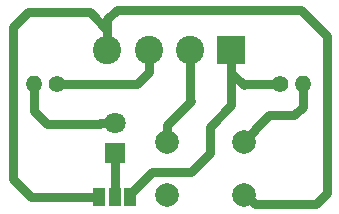
<source format=gbr>
G04 #@! TF.GenerationSoftware,KiCad,Pcbnew,5.1.5-52549c5~86~ubuntu18.04.1*
G04 #@! TF.CreationDate,2020-09-25T18:12:32-05:00*
G04 #@! TF.ProjectId,D03,4430332e-6b69-4636-9164-5f7063625858,rev?*
G04 #@! TF.SameCoordinates,Original*
G04 #@! TF.FileFunction,Copper,L1,Top*
G04 #@! TF.FilePolarity,Positive*
%FSLAX46Y46*%
G04 Gerber Fmt 4.6, Leading zero omitted, Abs format (unit mm)*
G04 Created by KiCad (PCBNEW 5.1.5-52549c5~86~ubuntu18.04.1) date 2020-09-25 18:12:32*
%MOMM*%
%LPD*%
G04 APERTURE LIST*
%ADD10O,1.400000X1.400000*%
%ADD11C,1.400000*%
%ADD12R,1.000000X1.500000*%
%ADD13C,1.800000*%
%ADD14R,1.800000X1.800000*%
%ADD15C,2.400000*%
%ADD16R,2.400000X2.400000*%
%ADD17C,2.000000*%
%ADD18C,0.750000*%
G04 APERTURE END LIST*
D10*
X22560200Y-26873200D03*
D11*
X24460200Y-26873200D03*
D10*
X45257800Y-26924000D03*
D11*
X43357800Y-26924000D03*
D12*
X28062400Y-36423600D03*
X29362400Y-36423600D03*
X30662400Y-36423600D03*
D13*
X29413200Y-30226000D03*
D14*
X29413200Y-32766000D03*
D15*
X28720000Y-24000000D03*
X32220000Y-24000000D03*
X35720000Y-24000000D03*
D16*
X39220000Y-24000000D03*
D17*
X33759000Y-36296600D03*
X33759000Y-31796600D03*
X40259000Y-36296600D03*
X40259000Y-31796600D03*
D18*
X40259000Y-36296600D02*
X40411400Y-36296600D01*
X40411400Y-36296600D02*
X41198800Y-37084000D01*
X46380400Y-37084000D02*
X47339990Y-36124410D01*
X41198800Y-37084000D02*
X46380400Y-37084000D01*
X47339990Y-36124410D02*
X47339990Y-22778190D01*
X47339990Y-22778190D02*
X45161810Y-20600010D01*
X45161810Y-20600010D02*
X29539590Y-20600010D01*
X28720000Y-21419600D02*
X28720000Y-24000000D01*
X29539590Y-20600010D02*
X28720000Y-21419600D01*
X20701000Y-34899600D02*
X22225000Y-36423600D01*
X22225000Y-36423600D02*
X28062400Y-36423600D01*
X20701000Y-22275800D02*
X20701000Y-34899600D01*
X28720000Y-22302944D02*
X27219656Y-20802600D01*
X28720000Y-24000000D02*
X28720000Y-22302944D01*
X27219656Y-20802600D02*
X21971000Y-20802600D01*
X21971000Y-20802600D02*
X20751800Y-22021800D01*
X20751800Y-22021800D02*
X20751800Y-22225000D01*
X20751800Y-22225000D02*
X20701000Y-22275800D01*
X25450149Y-26873200D02*
X25475549Y-26898600D01*
X24460200Y-26873200D02*
X25450149Y-26873200D01*
X25475549Y-26898600D02*
X31216600Y-26898600D01*
X32220000Y-25895200D02*
X32220000Y-24000000D01*
X31216600Y-26898600D02*
X32220000Y-25895200D01*
X41258999Y-30796601D02*
X41258999Y-30699201D01*
X40259000Y-31796600D02*
X41258999Y-30796601D01*
X41258999Y-30699201D02*
X42418000Y-29540200D01*
X42418000Y-29540200D02*
X44551600Y-29540200D01*
X45257800Y-28834000D02*
X45257800Y-26924000D01*
X44551600Y-29540200D02*
X45257800Y-28834000D01*
X33759000Y-30382387D02*
X35788600Y-28352787D01*
X33759000Y-31796600D02*
X33759000Y-30382387D01*
X35720000Y-28284187D02*
X35720000Y-24000000D01*
X35788600Y-28352787D02*
X35720000Y-28284187D01*
X39220000Y-25950000D02*
X40270200Y-27000200D01*
X39220000Y-24000000D02*
X39220000Y-25950000D01*
X40346400Y-26924000D02*
X43357800Y-26924000D01*
X40270200Y-27000200D02*
X40346400Y-26924000D01*
X30662400Y-36173600D02*
X32486600Y-34349400D01*
X30662400Y-36423600D02*
X30662400Y-36173600D01*
X32486600Y-34349400D02*
X35780000Y-34349400D01*
X35780000Y-34349400D02*
X37388800Y-32740600D01*
X37388800Y-32740600D02*
X37388800Y-30505400D01*
X39220000Y-28674200D02*
X39220000Y-24000000D01*
X37388800Y-30505400D02*
X39220000Y-28674200D01*
X28140408Y-30226000D02*
X28115008Y-30251400D01*
X29413200Y-30226000D02*
X28140408Y-30226000D01*
X28115008Y-30251400D02*
X23647400Y-30251400D01*
X22560200Y-29164200D02*
X22560200Y-26873200D01*
X23647400Y-30251400D02*
X22560200Y-29164200D01*
X29413200Y-36372800D02*
X29362400Y-36423600D01*
X29413200Y-32766000D02*
X29413200Y-36372800D01*
M02*

</source>
